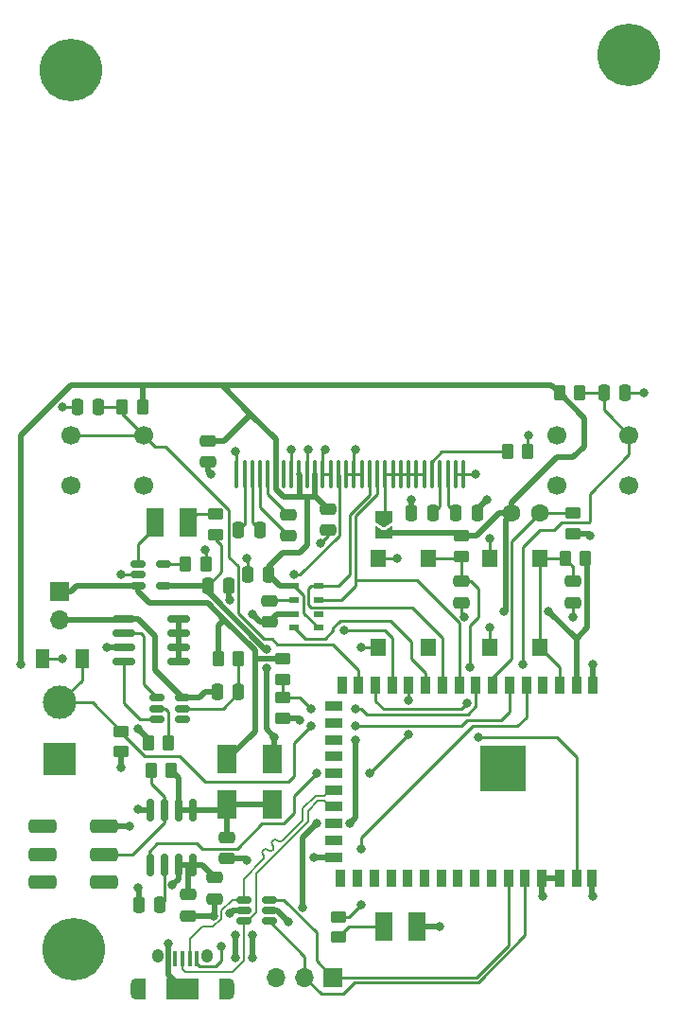
<source format=gbr>
%TF.GenerationSoftware,KiCad,Pcbnew,(6.0.0)*%
%TF.CreationDate,2022-02-04T14:54:06+01:00*%
%TF.ProjectId,wifitemp,77696669-7465-46d7-902e-6b696361645f,rev?*%
%TF.SameCoordinates,Original*%
%TF.FileFunction,Copper,L1,Top*%
%TF.FilePolarity,Positive*%
%FSLAX46Y46*%
G04 Gerber Fmt 4.6, Leading zero omitted, Abs format (unit mm)*
G04 Created by KiCad (PCBNEW (6.0.0)) date 2022-02-04 14:54:06*
%MOMM*%
%LPD*%
G01*
G04 APERTURE LIST*
G04 Aperture macros list*
%AMRoundRect*
0 Rectangle with rounded corners*
0 $1 Rounding radius*
0 $2 $3 $4 $5 $6 $7 $8 $9 X,Y pos of 4 corners*
0 Add a 4 corners polygon primitive as box body*
4,1,4,$2,$3,$4,$5,$6,$7,$8,$9,$2,$3,0*
0 Add four circle primitives for the rounded corners*
1,1,$1+$1,$2,$3*
1,1,$1+$1,$4,$5*
1,1,$1+$1,$6,$7*
1,1,$1+$1,$8,$9*
0 Add four rect primitives between the rounded corners*
20,1,$1+$1,$2,$3,$4,$5,0*
20,1,$1+$1,$4,$5,$6,$7,0*
20,1,$1+$1,$6,$7,$8,$9,0*
20,1,$1+$1,$8,$9,$2,$3,0*%
%AMFreePoly0*
4,1,6,1.000000,0.000000,0.500000,-0.750000,-0.500000,-0.750000,-0.500000,0.750000,0.500000,0.750000,1.000000,0.000000,1.000000,0.000000,$1*%
%AMFreePoly1*
4,1,6,0.500000,-0.750000,-0.650000,-0.750000,-0.150000,0.000000,-0.650000,0.750000,0.500000,0.750000,0.500000,-0.750000,0.500000,-0.750000,$1*%
G04 Aperture macros list end*
%TA.AperFunction,SMDPad,CuDef*%
%ADD10RoundRect,0.250000X0.262500X0.450000X-0.262500X0.450000X-0.262500X-0.450000X0.262500X-0.450000X0*%
%TD*%
%TA.AperFunction,SMDPad,CuDef*%
%ADD11RoundRect,0.150000X-0.512500X-0.150000X0.512500X-0.150000X0.512500X0.150000X-0.512500X0.150000X0*%
%TD*%
%TA.AperFunction,SMDPad,CuDef*%
%ADD12RoundRect,0.250000X-0.475000X0.250000X-0.475000X-0.250000X0.475000X-0.250000X0.475000X0.250000X0*%
%TD*%
%TA.AperFunction,SMDPad,CuDef*%
%ADD13R,1.800000X2.500000*%
%TD*%
%TA.AperFunction,ComponentPad*%
%ADD14C,1.700000*%
%TD*%
%TA.AperFunction,SMDPad,CuDef*%
%ADD15R,0.950000X0.550000*%
%TD*%
%TA.AperFunction,ComponentPad*%
%ADD16C,5.600000*%
%TD*%
%TA.AperFunction,ComponentPad*%
%ADD17R,1.700000X1.700000*%
%TD*%
%TA.AperFunction,ComponentPad*%
%ADD18O,1.700000X1.700000*%
%TD*%
%TA.AperFunction,SMDPad,CuDef*%
%ADD19RoundRect,0.250000X-0.450000X0.262500X-0.450000X-0.262500X0.450000X-0.262500X0.450000X0.262500X0*%
%TD*%
%TA.AperFunction,SMDPad,CuDef*%
%ADD20RoundRect,0.250000X-0.250000X-0.475000X0.250000X-0.475000X0.250000X0.475000X-0.250000X0.475000X0*%
%TD*%
%TA.AperFunction,SMDPad,CuDef*%
%ADD21RoundRect,0.250000X0.475000X-0.250000X0.475000X0.250000X-0.475000X0.250000X-0.475000X-0.250000X0*%
%TD*%
%TA.AperFunction,SMDPad,CuDef*%
%ADD22RoundRect,0.250000X-0.262500X-0.450000X0.262500X-0.450000X0.262500X0.450000X-0.262500X0.450000X0*%
%TD*%
%TA.AperFunction,SMDPad,CuDef*%
%ADD23R,1.400000X1.600000*%
%TD*%
%TA.AperFunction,SMDPad,CuDef*%
%ADD24R,1.300000X1.700000*%
%TD*%
%TA.AperFunction,SMDPad,CuDef*%
%ADD25RoundRect,0.250000X0.450000X-0.262500X0.450000X0.262500X-0.450000X0.262500X-0.450000X-0.262500X0*%
%TD*%
%TA.AperFunction,SMDPad,CuDef*%
%ADD26RoundRect,0.250000X0.250000X0.475000X-0.250000X0.475000X-0.250000X-0.475000X0.250000X-0.475000X0*%
%TD*%
%TA.AperFunction,SMDPad,CuDef*%
%ADD27R,1.500000X2.600000*%
%TD*%
%TA.AperFunction,SMDPad,CuDef*%
%ADD28FreePoly0,270.000000*%
%TD*%
%TA.AperFunction,SMDPad,CuDef*%
%ADD29FreePoly1,270.000000*%
%TD*%
%TA.AperFunction,ComponentPad*%
%ADD30C,1.600000*%
%TD*%
%TA.AperFunction,SMDPad,CuDef*%
%ADD31RoundRect,0.100000X-0.100000X-1.150000X0.100000X-1.150000X0.100000X1.150000X-0.100000X1.150000X0*%
%TD*%
%TA.AperFunction,SMDPad,CuDef*%
%ADD32RoundRect,0.300000X0.950000X-0.300000X0.950000X0.300000X-0.950000X0.300000X-0.950000X-0.300000X0*%
%TD*%
%TA.AperFunction,SMDPad,CuDef*%
%ADD33RoundRect,0.150000X-0.825000X-0.150000X0.825000X-0.150000X0.825000X0.150000X-0.825000X0.150000X0*%
%TD*%
%TA.AperFunction,SMDPad,CuDef*%
%ADD34RoundRect,0.150000X-0.150000X0.825000X-0.150000X-0.825000X0.150000X-0.825000X0.150000X0.825000X0*%
%TD*%
%TA.AperFunction,SMDPad,CuDef*%
%ADD35R,0.400000X1.350000*%
%TD*%
%TA.AperFunction,ComponentPad*%
%ADD36O,1.000000X1.900000*%
%TD*%
%TA.AperFunction,SMDPad,CuDef*%
%ADD37R,0.875000X1.900000*%
%TD*%
%TA.AperFunction,ComponentPad*%
%ADD38O,1.050000X1.250000*%
%TD*%
%TA.AperFunction,SMDPad,CuDef*%
%ADD39R,2.900000X1.900000*%
%TD*%
%TA.AperFunction,SMDPad,CuDef*%
%ADD40R,0.900000X1.500000*%
%TD*%
%TA.AperFunction,SMDPad,CuDef*%
%ADD41R,1.500000X0.900000*%
%TD*%
%TA.AperFunction,SMDPad,CuDef*%
%ADD42R,4.100000X4.100000*%
%TD*%
%TA.AperFunction,ComponentPad*%
%ADD43R,3.000000X3.000000*%
%TD*%
%TA.AperFunction,ComponentPad*%
%ADD44C,3.000000*%
%TD*%
%TA.AperFunction,ViaPad*%
%ADD45C,0.800000*%
%TD*%
%TA.AperFunction,Conductor*%
%ADD46C,0.250000*%
%TD*%
%TA.AperFunction,Conductor*%
%ADD47C,0.200000*%
%TD*%
%TA.AperFunction,Conductor*%
%ADD48C,0.500000*%
%TD*%
G04 APERTURE END LIST*
D10*
%TO.P,R11,1*%
%TO.N,Net-(C12-Pad1)*%
X144000000Y-119000000D03*
%TO.P,R11,2*%
%TO.N,Net-(R11-Pad2)*%
X142175000Y-119000000D03*
%TD*%
D11*
%TO.P,U3,1,~{CHRG}*%
%TO.N,Net-(D2-Pad1)*%
X141000000Y-100550000D03*
%TO.P,U3,2,GND*%
%TO.N,GND*%
X141000000Y-101500000D03*
%TO.P,U3,3,BAT*%
%TO.N,+BATT*%
X141000000Y-102450000D03*
%TO.P,U3,4,VCC*%
%TO.N,+5V*%
X143275000Y-102450000D03*
%TO.P,U3,5,PROG*%
%TO.N,Net-(R10-Pad2)*%
X143275000Y-100550000D03*
%TD*%
%TO.P,U1,1,IO1*%
%TO.N,/MCU/USB_D-*%
X150500000Y-130550000D03*
%TO.P,U1,2,VN*%
%TO.N,GND*%
X150500000Y-131500000D03*
%TO.P,U1,3,IO2*%
%TO.N,/MCU/USB_D+*%
X150500000Y-132450000D03*
%TO.P,U1,4,IO3*%
%TO.N,/MCU/RXD*%
X152775000Y-132450000D03*
%TO.P,U1,5,VP*%
%TO.N,+5V*%
X152775000Y-131500000D03*
%TO.P,U1,6,IO4*%
%TO.N,/MCU/TXD*%
X152775000Y-130550000D03*
%TD*%
D12*
%TO.P,C12,1*%
%TO.N,Net-(C12-Pad1)*%
X149000000Y-125000000D03*
%TO.P,C12,2*%
%TO.N,GND*%
X149000000Y-126900000D03*
%TD*%
D13*
%TO.P,D3,1,K*%
%TO.N,Net-(C12-Pad1)*%
X153000000Y-122000000D03*
%TO.P,D3,2,A*%
%TO.N,+5V*%
X153000000Y-118000000D03*
%TD*%
D14*
%TO.P,SW3,1,1*%
%TO.N,BUT0*%
X135000000Y-89000000D03*
%TO.P,SW3,2,2*%
X141500000Y-89000000D03*
%TO.P,SW3,3,K*%
%TO.N,GND*%
X135000000Y-93500000D03*
%TO.P,SW3,4,A*%
X141500000Y-93500000D03*
%TD*%
D10*
%TO.P,R2,1*%
%TO.N,+3V3*%
X181075000Y-100000000D03*
%TO.P,R2,2*%
%TO.N,/MCU/IO0*%
X179250000Y-100000000D03*
%TD*%
D15*
%TO.P,U6,1,VDD*%
%TO.N,+3V3*%
X155000000Y-102500000D03*
%TO.P,U6,2,CAP*%
%TO.N,Net-(C16-Pad1)*%
X155000000Y-103750000D03*
%TO.P,U6,3,GND*%
%TO.N,GND*%
X155000000Y-105000000D03*
%TO.P,U6,4,~{SHDN}*%
%TO.N,~{PRES_SHDN}*%
X155000000Y-106250000D03*
%TO.P,U6,5,~{RST}*%
%TO.N,+3V3*%
X157150000Y-106250000D03*
%TO.P,U6,6,NC*%
%TO.N,unconnected-(U6-Pad6)*%
X157150000Y-105000000D03*
%TO.P,U6,7,SDA*%
%TO.N,SDA*%
X157150000Y-103750000D03*
%TO.P,U6,8,SCL*%
%TO.N,SCL*%
X157150000Y-102500000D03*
%TD*%
D16*
%TO.P,H1,1,1*%
%TO.N,GND*%
X135000000Y-56350000D03*
%TD*%
D17*
%TO.P,J1,1,Pin_1*%
%TO.N,/MCU/TXD*%
X158500000Y-137500000D03*
D18*
%TO.P,J1,2,Pin_2*%
%TO.N,/MCU/RXD*%
X155960000Y-137500000D03*
%TO.P,J1,3,Pin_3*%
%TO.N,GND*%
X153420000Y-137500000D03*
%TD*%
D19*
%TO.P,R6,1*%
%TO.N,Net-(R6-Pad1)*%
X159000000Y-132087500D03*
%TO.P,R6,2*%
%TO.N,Net-(D1-Pad2)*%
X159000000Y-133912500D03*
%TD*%
D16*
%TO.P,H2,1,1*%
%TO.N,GND*%
X135250000Y-135000000D03*
%TD*%
D20*
%TO.P,C4,1*%
%TO.N,Net-(C4-Pad1)*%
X150000000Y-97500000D03*
%TO.P,C4,2*%
%TO.N,Net-(C4-Pad2)*%
X151900000Y-97500000D03*
%TD*%
D10*
%TO.P,R10,1*%
%TO.N,GND*%
X147075000Y-100500000D03*
%TO.P,R10,2*%
%TO.N,Net-(R10-Pad2)*%
X145250000Y-100500000D03*
%TD*%
D20*
%TO.P,C10,1*%
%TO.N,BUT1*%
X182762500Y-85250000D03*
%TO.P,C10,2*%
%TO.N,GND*%
X184662500Y-85250000D03*
%TD*%
D21*
%TO.P,C5,1*%
%TO.N,Net-(C5-Pad1)*%
X154500000Y-98000000D03*
%TO.P,C5,2*%
%TO.N,Net-(C5-Pad2)*%
X154500000Y-96100000D03*
%TD*%
D19*
%TO.P,R4,1*%
%TO.N,+BATT*%
X154000000Y-109000000D03*
%TO.P,R4,2*%
%TO.N,/MCU/V_BAT_2*%
X154000000Y-110825000D03*
%TD*%
D10*
%TO.P,R7,1*%
%TO.N,+3V3*%
X141425000Y-86500000D03*
%TO.P,R7,2*%
%TO.N,BUT0*%
X139600000Y-86500000D03*
%TD*%
D12*
%TO.P,C18,1*%
%TO.N,+3V3*%
X145500000Y-130100000D03*
%TO.P,C18,2*%
%TO.N,GND*%
X145500000Y-132000000D03*
%TD*%
D22*
%TO.P,R1,1*%
%TO.N,Net-(DS1-Pad26)*%
X174087500Y-90500000D03*
%TO.P,R1,2*%
%TO.N,GND*%
X175912500Y-90500000D03*
%TD*%
D23*
%TO.P,SW2,1,1*%
%TO.N,/MCU/EN*%
X167000000Y-100000000D03*
%TO.P,SW2,2,2*%
X167000000Y-108000000D03*
%TO.P,SW2,3,K*%
%TO.N,GND*%
X162500000Y-100000000D03*
%TO.P,SW2,4,A*%
X162500000Y-108000000D03*
%TD*%
D24*
%TO.P,D5,1,K*%
%TO.N,GND*%
X132500000Y-109000000D03*
%TO.P,D5,2,A*%
%TO.N,TEMP_OUTSIDE*%
X136000000Y-109000000D03*
%TD*%
D12*
%TO.P,C3,1*%
%TO.N,+3V3*%
X147250000Y-89500000D03*
%TO.P,C3,2*%
%TO.N,GND*%
X147250000Y-91400000D03*
%TD*%
D19*
%TO.P,R5,1*%
%TO.N,/MCU/V_BAT_2*%
X154000000Y-112500000D03*
%TO.P,R5,2*%
%TO.N,GND*%
X154000000Y-114325000D03*
%TD*%
D13*
%TO.P,D4,1,K*%
%TO.N,Net-(C12-Pad1)*%
X149000000Y-122000000D03*
%TO.P,D4,2,A*%
%TO.N,+BATT*%
X149000000Y-118000000D03*
%TD*%
D25*
%TO.P,R9,1*%
%TO.N,+5V*%
X148000000Y-97912500D03*
%TO.P,R9,2*%
%TO.N,Net-(D2-Pad2)*%
X148000000Y-96087500D03*
%TD*%
D26*
%TO.P,C9,1*%
%TO.N,BUT0*%
X137500000Y-86500000D03*
%TO.P,C9,2*%
%TO.N,GND*%
X135600000Y-86500000D03*
%TD*%
D19*
%TO.P,R14,1*%
%TO.N,TEMP_OUTSIDE*%
X139500000Y-115500000D03*
%TO.P,R14,2*%
%TO.N,GND*%
X139500000Y-117325000D03*
%TD*%
D12*
%TO.P,C7,1*%
%TO.N,/MCU/IO0*%
X180000000Y-102100000D03*
%TO.P,C7,2*%
%TO.N,GND*%
X180000000Y-104000000D03*
%TD*%
D27*
%TO.P,D2,1,K*%
%TO.N,Net-(D2-Pad1)*%
X142500000Y-96837500D03*
%TO.P,D2,2,A*%
%TO.N,Net-(D2-Pad2)*%
X145500000Y-96837500D03*
%TD*%
D20*
%TO.P,C6,1*%
%TO.N,Net-(C6-Pad1)*%
X169500000Y-96000000D03*
%TO.P,C6,2*%
%TO.N,GND*%
X171400000Y-96000000D03*
%TD*%
D28*
%TO.P,JP1,1,A*%
%TO.N,Net-(DS1-Pad20)*%
X163000000Y-96275000D03*
D29*
%TO.P,JP1,2,B*%
%TO.N,+3V3*%
X163000000Y-97725000D03*
%TD*%
D26*
%TO.P,C17,1*%
%TO.N,+3V3*%
X152700000Y-101500000D03*
%TO.P,C17,2*%
%TO.N,GND*%
X150800000Y-101500000D03*
%TD*%
D19*
%TO.P,R15,1*%
%TO.N,TEMP_INSIDE*%
X180000000Y-96000000D03*
%TO.P,R15,2*%
%TO.N,GND*%
X180000000Y-97825000D03*
%TD*%
D12*
%TO.P,C8,1*%
%TO.N,/MCU/EN*%
X170000000Y-102100000D03*
%TO.P,C8,2*%
%TO.N,GND*%
X170000000Y-104000000D03*
%TD*%
D14*
%TO.P,SW4,1,1*%
%TO.N,BUT1*%
X178500000Y-89000000D03*
%TO.P,SW4,2,2*%
X185000000Y-89000000D03*
%TO.P,SW4,3,K*%
%TO.N,GND*%
X178500000Y-93500000D03*
%TO.P,SW4,4,A*%
X185000000Y-93500000D03*
%TD*%
D19*
%TO.P,R3,1*%
%TO.N,+3V3*%
X170000000Y-98000000D03*
%TO.P,R3,2*%
%TO.N,/MCU/EN*%
X170000000Y-99825000D03*
%TD*%
D10*
%TO.P,R13,1*%
%TO.N,Net-(C14-Pad1)*%
X150000000Y-109000000D03*
%TO.P,R13,2*%
%TO.N,+BATT*%
X148175000Y-109000000D03*
%TD*%
D30*
%TO.P,TH1,1*%
%TO.N,+3V3*%
X174500000Y-96000000D03*
%TO.P,TH1,2*%
%TO.N,TEMP_INSIDE*%
X177000000Y-96000000D03*
%TD*%
D31*
%TO.P,DS1,1,NC(GND)*%
%TO.N,GND*%
X149850000Y-92500000D03*
%TO.P,DS1,2,C1N*%
%TO.N,Net-(C4-Pad1)*%
X150550000Y-92500000D03*
%TO.P,DS1,3,C1P*%
%TO.N,Net-(C4-Pad2)*%
X151250000Y-92500000D03*
%TO.P,DS1,4,C2P*%
%TO.N,Net-(C5-Pad1)*%
X151950000Y-92500000D03*
%TO.P,DS1,5,C2N*%
%TO.N,Net-(C5-Pad2)*%
X152650000Y-92500000D03*
%TO.P,DS1,6,VDD2*%
%TO.N,+3V3*%
X153350000Y-92500000D03*
%TO.P,DS1,7,NC*%
%TO.N,unconnected-(DS1-Pad7)*%
X154050000Y-92500000D03*
%TO.P,DS1,8,VSS*%
%TO.N,GND*%
X154750000Y-92500000D03*
%TO.P,DS1,9,VDD1*%
%TO.N,+3V3*%
X155450000Y-92500000D03*
%TO.P,DS1,10,IM0*%
%TO.N,GND*%
X156150000Y-92500000D03*
%TO.P,DS1,11,IM1*%
%TO.N,+3V3*%
X156850000Y-92500000D03*
%TO.P,DS1,12,IM2*%
%TO.N,GND*%
X157550000Y-92500000D03*
%TO.P,DS1,13,~{CS}*%
X158250000Y-92500000D03*
%TO.P,DS1,14,~{RES}*%
%TO.N,~{DS_RES}*%
X158950000Y-92500000D03*
%TO.P,DS1,15,A0*%
%TO.N,GND*%
X159650000Y-92500000D03*
%TO.P,DS1,16,~{WR}*%
X160350000Y-92500000D03*
%TO.P,DS1,17,~{RD}*%
X161050000Y-92500000D03*
%TO.P,DS1,18,D0*%
%TO.N,SCL*%
X161750000Y-92500000D03*
%TO.P,DS1,19,D1*%
%TO.N,SDA*%
X162450000Y-92500000D03*
%TO.P,DS1,20,D2*%
%TO.N,Net-(DS1-Pad20)*%
X163150000Y-92500000D03*
%TO.P,DS1,21,D3*%
X163850000Y-92500000D03*
%TO.P,DS1,22,D4*%
X164550000Y-92500000D03*
%TO.P,DS1,23,D5*%
X165250000Y-92500000D03*
%TO.P,DS1,24,D6*%
X165950000Y-92500000D03*
%TO.P,DS1,25,D7*%
X166650000Y-92500000D03*
%TO.P,DS1,26,IREF*%
%TO.N,Net-(DS1-Pad26)*%
X167350000Y-92500000D03*
%TO.P,DS1,27,VCOMH*%
%TO.N,Net-(C2-Pad1)*%
X168050000Y-92500000D03*
%TO.P,DS1,28,VPP*%
%TO.N,Net-(C6-Pad1)*%
X168750000Y-92500000D03*
%TO.P,DS1,29,VSL*%
%TO.N,GND*%
X169450000Y-92500000D03*
%TO.P,DS1,30,NC(GND)*%
X170150000Y-92500000D03*
%TD*%
D22*
%TO.P,R8,1*%
%TO.N,+3V3*%
X178750000Y-85250000D03*
%TO.P,R8,2*%
%TO.N,BUT1*%
X180575000Y-85250000D03*
%TD*%
D32*
%TO.P,SW5,1,A*%
%TO.N,unconnected-(SW5-Pad1)*%
X138000000Y-129000000D03*
%TO.P,SW5,2,B*%
%TO.N,Net-(R11-Pad2)*%
X138000000Y-126500000D03*
%TO.P,SW5,3,C*%
%TO.N,GND*%
X138000000Y-124000000D03*
%TO.P,SW5,4,A*%
%TO.N,unconnected-(SW5-Pad4)*%
X132500000Y-129000000D03*
%TO.P,SW5,5,B*%
%TO.N,unconnected-(SW5-Pad5)*%
X132500000Y-126500000D03*
%TO.P,SW5,6,C*%
%TO.N,unconnected-(SW5-Pad6)*%
X132500000Y-124000000D03*
%TD*%
D33*
%TO.P,Q1,1,S*%
%TO.N,-BATT*%
X139750000Y-105480000D03*
%TO.P,Q1,2,G*%
%TO.N,Net-(Q1-Pad2)*%
X139750000Y-106750000D03*
%TO.P,Q1,3,S*%
%TO.N,GND*%
X139750000Y-108020000D03*
%TO.P,Q1,4,G*%
%TO.N,Net-(Q1-Pad4)*%
X139750000Y-109290000D03*
%TO.P,Q1,5,D*%
%TO.N,Net-(Q1-Pad5)*%
X144700000Y-109290000D03*
%TO.P,Q1,6,D*%
X144700000Y-108020000D03*
%TO.P,Q1,7,D*%
X144700000Y-106750000D03*
%TO.P,Q1,8,D*%
X144700000Y-105480000D03*
%TD*%
D20*
%TO.P,C11,1*%
%TO.N,+5V*%
X147250000Y-102500000D03*
%TO.P,C11,2*%
%TO.N,GND*%
X149150000Y-102500000D03*
%TD*%
D12*
%TO.P,C1,1*%
%TO.N,+3V3*%
X158000000Y-95600000D03*
%TO.P,C1,2*%
%TO.N,GND*%
X158000000Y-97500000D03*
%TD*%
D34*
%TO.P,U5,1,Vin*%
%TO.N,Net-(C12-Pad1)*%
X145905000Y-122525000D03*
%TO.P,U5,2,Vin*%
X144635000Y-122525000D03*
%TO.P,U5,3,~{SHDN}*%
%TO.N,Net-(R11-Pad2)*%
X143365000Y-122525000D03*
%TO.P,U5,4,GND*%
%TO.N,GND*%
X142095000Y-122525000D03*
%TO.P,U5,5,PWRGD*%
%TO.N,PWRGD*%
X142095000Y-127475000D03*
%TO.P,U5,6,Cdelay*%
%TO.N,Net-(C13-Pad2)*%
X143365000Y-127475000D03*
%TO.P,U5,7,Vout*%
%TO.N,+3V3*%
X144635000Y-127475000D03*
%TO.P,U5,8,Vout*%
X145905000Y-127475000D03*
%TD*%
D16*
%TO.P,H4,1,1*%
%TO.N,GND*%
X185000000Y-55000000D03*
%TD*%
D11*
%TO.P,U4,1,DO*%
%TO.N,Net-(Q1-Pad2)*%
X142725000Y-112500000D03*
%TO.P,U4,2,VM*%
%TO.N,Net-(R12-Pad2)*%
X142725000Y-113450000D03*
%TO.P,U4,3,CO*%
%TO.N,Net-(Q1-Pad4)*%
X142725000Y-114400000D03*
%TO.P,U4,4,NC*%
%TO.N,unconnected-(U4-Pad4)*%
X145000000Y-114400000D03*
%TO.P,U4,5,VDD*%
%TO.N,Net-(C14-Pad1)*%
X145000000Y-113450000D03*
%TO.P,U4,6,VSS*%
%TO.N,-BATT*%
X145000000Y-112500000D03*
%TD*%
D22*
%TO.P,R12,1*%
%TO.N,GND*%
X141925000Y-116500000D03*
%TO.P,R12,2*%
%TO.N,Net-(R12-Pad2)*%
X143750000Y-116500000D03*
%TD*%
D35*
%TO.P,J2,1,VBUS*%
%TO.N,+5V*%
X146300000Y-135875000D03*
%TO.P,J2,2,D-*%
%TO.N,/MCU/USB_D-*%
X145650000Y-135875000D03*
%TO.P,J2,3,D+*%
%TO.N,/MCU/USB_D+*%
X145000000Y-135875000D03*
%TO.P,J2,4,ID*%
%TO.N,unconnected-(J2-Pad4)*%
X144350000Y-135875000D03*
%TO.P,J2,5,GND*%
%TO.N,GND*%
X143700000Y-135875000D03*
D36*
%TO.P,J2,6,Shield*%
X149175000Y-138550000D03*
D37*
X148737500Y-138550000D03*
D38*
X142775000Y-135550000D03*
X147225000Y-135550000D03*
D39*
X145000000Y-138550000D03*
D36*
X140825000Y-138550000D03*
D37*
X141262500Y-138550000D03*
%TD*%
D26*
%TO.P,C2,1*%
%TO.N,Net-(C2-Pad1)*%
X167400000Y-96000000D03*
%TO.P,C2,2*%
%TO.N,GND*%
X165500000Y-96000000D03*
%TD*%
D40*
%TO.P,U2,1,GND*%
%TO.N,GND*%
X181775000Y-111375000D03*
%TO.P,U2,2,3V3*%
%TO.N,+3V3*%
X180275000Y-111375000D03*
%TO.P,U2,3,IO00*%
%TO.N,/MCU/IO0*%
X178775000Y-111375000D03*
%TO.P,U2,4,IO01*%
%TO.N,unconnected-(U2-Pad4)*%
X177275000Y-111375000D03*
%TO.P,U2,5,IO02*%
%TO.N,Net-(R6-Pad1)*%
X175775000Y-111375000D03*
%TO.P,U2,6,IO03*%
%TO.N,TEMP_OUTSIDE*%
X174275000Y-111375000D03*
%TO.P,U2,7,IO04*%
%TO.N,TEMP_INSIDE*%
X172775000Y-111375000D03*
%TO.P,U2,8,IO05*%
%TO.N,/MCU/V_BAT_2*%
X171275000Y-111375000D03*
%TO.P,U2,9,IO06*%
%TO.N,SDA*%
X169775000Y-111375000D03*
%TO.P,U2,10,IO07*%
%TO.N,SCL*%
X168275000Y-111375000D03*
%TO.P,U2,11,IO08*%
%TO.N,~{PRES_SHDN}*%
X166775000Y-111375000D03*
%TO.P,U2,12,IO09*%
%TO.N,PWRGD*%
X165275000Y-111375000D03*
%TO.P,U2,13,IO10*%
%TO.N,~{DS_RES}*%
X163775000Y-111375000D03*
%TO.P,U2,14,IO11*%
%TO.N,BUT1*%
X162275000Y-111375000D03*
%TO.P,U2,15,IO12*%
%TO.N,BUT0*%
X160775000Y-111375000D03*
%TO.P,U2,16,IO13*%
%TO.N,unconnected-(U2-Pad16)*%
X159275000Y-111375000D03*
D41*
%TO.P,U2,17,IO14*%
%TO.N,unconnected-(U2-Pad17)*%
X158525000Y-113250000D03*
%TO.P,U2,18,IO15*%
%TO.N,unconnected-(U2-Pad18)*%
X158525000Y-114750000D03*
%TO.P,U2,19,IO16*%
%TO.N,unconnected-(U2-Pad19)*%
X158525000Y-116250000D03*
%TO.P,U2,20,IO17*%
%TO.N,unconnected-(U2-Pad20)*%
X158525000Y-117750000D03*
%TO.P,U2,21,IO18*%
%TO.N,unconnected-(U2-Pad21)*%
X158525000Y-119250000D03*
%TO.P,U2,22,USB_D-*%
%TO.N,/MCU/USB_D-*%
X158525000Y-120750000D03*
%TO.P,U2,23,USB_D+*%
%TO.N,/MCU/USB_D+*%
X158525000Y-122250000D03*
%TO.P,U2,24,IO21*%
%TO.N,unconnected-(U2-Pad24)*%
X158525000Y-123750000D03*
%TO.P,U2,25,IO26*%
%TO.N,unconnected-(U2-Pad25)*%
X158525000Y-125250000D03*
%TO.P,U2,26,GND*%
%TO.N,GND*%
X158525000Y-126750000D03*
D40*
%TO.P,U2,27,IO33*%
%TO.N,unconnected-(U2-Pad27)*%
X159175000Y-128625000D03*
%TO.P,U2,28,IO34*%
%TO.N,unconnected-(U2-Pad28)*%
X160675000Y-128625000D03*
%TO.P,U2,29,IO35*%
%TO.N,unconnected-(U2-Pad29)*%
X162175000Y-128625000D03*
%TO.P,U2,30,IO36*%
%TO.N,unconnected-(U2-Pad30)*%
X163675000Y-128625000D03*
%TO.P,U2,31,IO37*%
%TO.N,unconnected-(U2-Pad31)*%
X165175000Y-128625000D03*
%TO.P,U2,32,IO38*%
%TO.N,unconnected-(U2-Pad32)*%
X166675000Y-128625000D03*
%TO.P,U2,33,IO39*%
%TO.N,unconnected-(U2-Pad33)*%
X168175000Y-128625000D03*
%TO.P,U2,34,IO40*%
%TO.N,unconnected-(U2-Pad34)*%
X169675000Y-128625000D03*
%TO.P,U2,35,IO41*%
%TO.N,unconnected-(U2-Pad35)*%
X171175000Y-128625000D03*
%TO.P,U2,36,IO42*%
%TO.N,unconnected-(U2-Pad36)*%
X172675000Y-128625000D03*
%TO.P,U2,37,TXD0*%
%TO.N,/MCU/TXD*%
X174175000Y-128625000D03*
%TO.P,U2,38,RXD0*%
%TO.N,/MCU/RXD*%
X175675000Y-128625000D03*
%TO.P,U2,39,IO45*%
%TO.N,GND*%
X177175000Y-128625000D03*
%TO.P,U2,40,IO46*%
X178775000Y-128625000D03*
%TO.P,U2,41,EN*%
%TO.N,/MCU/EN*%
X180275000Y-128625000D03*
%TO.P,U2,42,GND*%
%TO.N,GND*%
X181675000Y-128625000D03*
D42*
%TO.P,U2,43,GND*%
X173735000Y-118810000D03*
%TD*%
D27*
%TO.P,D1,1,K*%
%TO.N,GND*%
X166000000Y-133000000D03*
%TO.P,D1,2,A*%
%TO.N,Net-(D1-Pad2)*%
X163000000Y-133000000D03*
%TD*%
D12*
%TO.P,C16,1*%
%TO.N,Net-(C16-Pad1)*%
X152750000Y-103800000D03*
%TO.P,C16,2*%
%TO.N,GND*%
X152750000Y-105700000D03*
%TD*%
D23*
%TO.P,SW1,1,1*%
%TO.N,/MCU/IO0*%
X177000000Y-100000000D03*
%TO.P,SW1,2,2*%
X177000000Y-108000000D03*
%TO.P,SW1,3,K*%
%TO.N,GND*%
X172500000Y-100000000D03*
%TO.P,SW1,4,A*%
X172500000Y-108000000D03*
%TD*%
D12*
%TO.P,C15,1*%
%TO.N,+3V3*%
X147900000Y-128600000D03*
%TO.P,C15,2*%
%TO.N,GND*%
X147900000Y-130500000D03*
%TD*%
D26*
%TO.P,C14,1*%
%TO.N,Net-(C14-Pad1)*%
X150000000Y-112000000D03*
%TO.P,C14,2*%
%TO.N,-BATT*%
X148100000Y-112000000D03*
%TD*%
D17*
%TO.P,J3,1,Pin_1*%
%TO.N,+BATT*%
X134000000Y-103000000D03*
D18*
%TO.P,J3,2,Pin_2*%
%TO.N,-BATT*%
X134000000Y-105540000D03*
%TD*%
D20*
%TO.P,C13,1*%
%TO.N,GND*%
X141100000Y-131000000D03*
%TO.P,C13,2*%
%TO.N,Net-(C13-Pad2)*%
X143000000Y-131000000D03*
%TD*%
D43*
%TO.P,J4,1,Pin_1*%
%TO.N,+3V3*%
X134000000Y-118000000D03*
D44*
%TO.P,J4,2,Pin_2*%
%TO.N,TEMP_OUTSIDE*%
X134000000Y-112920000D03*
%TD*%
D45*
%TO.N,+3V3*%
X173775500Y-104750000D03*
X130500000Y-109500000D03*
X144089500Y-129250000D03*
X177750000Y-104750000D03*
%TO.N,GND*%
X140250000Y-124000000D03*
X160500000Y-90250000D03*
X147750000Y-132000000D03*
X134250000Y-86500000D03*
X181750000Y-109500000D03*
X181750000Y-130250000D03*
X156750000Y-126750000D03*
X172500000Y-106250000D03*
X150750000Y-100000000D03*
X170262299Y-105237701D03*
X149250000Y-103750000D03*
X181500000Y-98000000D03*
X180000000Y-105250000D03*
X141000000Y-122500000D03*
X138250000Y-108000000D03*
X173750000Y-118750000D03*
X186325000Y-85250000D03*
X139500000Y-118750000D03*
X168000000Y-133000000D03*
X141000000Y-115250000D03*
X172500000Y-98250000D03*
X172250000Y-94750000D03*
X164250000Y-100000000D03*
X171250000Y-92500000D03*
X151250000Y-135750000D03*
X149750000Y-135750000D03*
X161000000Y-108000000D03*
X139500000Y-101500000D03*
X154750000Y-90250000D03*
X155500000Y-114500000D03*
X176000000Y-89000000D03*
X151250000Y-105000000D03*
X147500000Y-92500000D03*
X177250000Y-130250000D03*
X149250000Y-131750000D03*
X147000000Y-99250000D03*
X149750000Y-133750000D03*
X151250000Y-133750000D03*
X165500000Y-94750000D03*
X149750000Y-90500000D03*
X157381447Y-98631447D03*
X141000000Y-129500000D03*
X157750000Y-90250000D03*
X134250000Y-109000000D03*
X143750000Y-134500000D03*
X150750000Y-127000000D03*
X156250000Y-90250000D03*
%TO.N,/MCU/EN*%
X170750000Y-109750000D03*
X171500000Y-116000000D03*
%TO.N,BUT1*%
X175500000Y-109500000D03*
X170500000Y-113000000D03*
%TO.N,+5V*%
X155762299Y-131237701D03*
X157000000Y-123750000D03*
X152500000Y-109849500D03*
X148500000Y-134750000D03*
X154500000Y-132500000D03*
X160500000Y-116250000D03*
X152500000Y-108150500D03*
X160000000Y-123750000D03*
X153250000Y-116000000D03*
%TO.N,TEMP_OUTSIDE*%
X160500000Y-115000000D03*
X156500000Y-115000000D03*
%TO.N,~{DS_RES}*%
X159500000Y-106500000D03*
X155000000Y-101500000D03*
%TO.N,/MCU/V_BAT_2*%
X156500000Y-113500000D03*
X160500000Y-113500000D03*
%TO.N,Net-(R6-Pad1)*%
X161000000Y-131000000D03*
X161000000Y-126000000D03*
%TO.N,PWRGD*%
X161750000Y-119250000D03*
X157000000Y-119250000D03*
X165250000Y-112750000D03*
X165250000Y-115750000D03*
%TD*%
D46*
%TO.N,/MCU/RXD*%
X171486198Y-137949520D02*
X175675000Y-133760718D01*
X160399502Y-137949520D02*
X171486198Y-137949520D01*
X159349022Y-139000000D02*
X160399502Y-137949520D01*
X157460000Y-139000000D02*
X159349022Y-139000000D01*
X175675000Y-133760718D02*
X175675000Y-128625000D01*
X155960000Y-137500000D02*
X157460000Y-139000000D01*
D47*
%TO.N,/MCU/USB_D-*%
X152236229Y-126561968D02*
G75*
G02*
X152236229Y-126986230I-212131J-212131D01*
G01*
X152214972Y-126116445D02*
G75*
G03*
X152214972Y-126540707I212131J-212131D01*
G01*
X152639236Y-126116445D02*
G75*
G03*
X152214972Y-126116445I-212132J-212130D01*
G01*
X152236230Y-126561967D02*
X152214971Y-126540708D01*
X153084760Y-126137702D02*
G75*
G02*
X152660498Y-126137702I-212131J212131D01*
G01*
X153084759Y-125713438D02*
G75*
G02*
X153084759Y-126137700I-212131J-212131D01*
G01*
D48*
%TO.N,+3V3*%
X146775000Y-127475000D02*
X147900000Y-128600000D01*
X151125000Y-87125000D02*
X153350000Y-89350000D01*
X145500000Y-127500000D02*
X145475000Y-127475000D01*
X180000000Y-91000000D02*
X181000000Y-90000000D01*
X173925480Y-96574520D02*
X174500000Y-96000000D01*
X163000000Y-97725000D02*
X169725000Y-97725000D01*
X173775500Y-104750000D02*
X173925480Y-104600020D01*
X153350000Y-89350000D02*
X153350000Y-92500000D01*
X145475000Y-127475000D02*
X145905000Y-127475000D01*
X148500000Y-84500000D02*
X178000000Y-84500000D01*
X156177138Y-94500000D02*
X156177138Y-98822862D01*
X153350000Y-92500000D02*
X153350000Y-93827138D01*
D46*
X155850480Y-103350480D02*
X155000000Y-102500000D01*
D48*
X130500000Y-109500000D02*
X130500000Y-89048609D01*
X141425000Y-84575000D02*
X141500000Y-84500000D01*
X173925480Y-104600020D02*
X173925480Y-96574520D01*
X154022862Y-94500000D02*
X155500000Y-94500000D01*
X144635000Y-127475000D02*
X144635000Y-128704500D01*
X156850000Y-94500000D02*
X156177138Y-94500000D01*
X181250000Y-106250000D02*
X181250000Y-100175000D01*
X169725000Y-97725000D02*
X170000000Y-98000000D01*
X144635000Y-127475000D02*
X145475000Y-127475000D01*
X181000000Y-87500000D02*
X178750000Y-85250000D01*
X181000000Y-90000000D02*
X181000000Y-87500000D01*
X177800000Y-104750000D02*
X177750000Y-104750000D01*
X153350000Y-93827138D02*
X154022862Y-94500000D01*
X156900000Y-94500000D02*
X158000000Y-95600000D01*
X141425000Y-86500000D02*
X141425000Y-84575000D01*
X155000000Y-102500000D02*
X153700000Y-102500000D01*
X180275000Y-107225000D02*
X181250000Y-106250000D01*
X156177138Y-94500000D02*
X155500000Y-94500000D01*
X148575000Y-84575000D02*
X151125000Y-87125000D01*
X148750000Y-89500000D02*
X151125000Y-87125000D01*
X144635000Y-128704500D02*
X144089500Y-129250000D01*
X135048609Y-84500000D02*
X141500000Y-84500000D01*
X155500000Y-99500000D02*
X154000000Y-99500000D01*
X181250000Y-100175000D02*
X181075000Y-100000000D01*
X180275000Y-107225000D02*
X177800000Y-104750000D01*
X147250000Y-89500000D02*
X148750000Y-89500000D01*
X156177138Y-98822862D02*
X155500000Y-99500000D01*
X174500000Y-95000000D02*
X178500000Y-91000000D01*
X171368630Y-98000000D02*
X170000000Y-98000000D01*
X148500000Y-84500000D02*
X148575000Y-84575000D01*
X173368630Y-96000000D02*
X171368630Y-98000000D01*
X155500000Y-94500000D02*
X155500000Y-92550000D01*
X153700000Y-102500000D02*
X152700000Y-101500000D01*
X180275000Y-111375000D02*
X180275000Y-107225000D01*
X174500000Y-96000000D02*
X174500000Y-95000000D01*
X156177138Y-94500000D02*
X156900000Y-94500000D01*
D46*
X155850480Y-104950480D02*
X155850480Y-103350480D01*
D48*
X154000000Y-99500000D02*
X152700000Y-100800000D01*
X130500000Y-89048609D02*
X135048609Y-84500000D01*
X174500000Y-96000000D02*
X173368630Y-96000000D01*
X156850000Y-92500000D02*
X156850000Y-94500000D01*
X152700000Y-100800000D02*
X152700000Y-101500000D01*
D46*
X157150000Y-106250000D02*
X155850480Y-104950480D01*
D48*
X141500000Y-84500000D02*
X148500000Y-84500000D01*
X178000000Y-84500000D02*
X178750000Y-85250000D01*
X178500000Y-91000000D02*
X180000000Y-91000000D01*
X145500000Y-130100000D02*
X145500000Y-127500000D01*
X145905000Y-127475000D02*
X146775000Y-127475000D01*
X155500000Y-92550000D02*
X155450000Y-92500000D01*
D46*
%TO.N,GND*%
X184662500Y-85250000D02*
X186325000Y-85250000D01*
D48*
X151950000Y-105700000D02*
X151250000Y-105000000D01*
X149500000Y-131500000D02*
X149250000Y-131750000D01*
X155000000Y-105000000D02*
X153450000Y-105000000D01*
D46*
X160350000Y-92500000D02*
X160350000Y-90400000D01*
D48*
X141025000Y-122525000D02*
X141000000Y-122500000D01*
D46*
X175912500Y-90500000D02*
X175912500Y-89087500D01*
D48*
X149150000Y-103650000D02*
X149250000Y-103750000D01*
X165500000Y-96000000D02*
X165500000Y-94750000D01*
X173735000Y-118810000D02*
X173735000Y-118765000D01*
X143700000Y-135875000D02*
X143700000Y-134550000D01*
X150500000Y-131500000D02*
X149500000Y-131500000D01*
X158525000Y-126750000D02*
X156750000Y-126750000D01*
X177175000Y-130175000D02*
X177250000Y-130250000D01*
X138000000Y-124000000D02*
X140250000Y-124000000D01*
D46*
X147075000Y-100500000D02*
X147075000Y-99325000D01*
D48*
X141925000Y-116175000D02*
X141000000Y-115250000D01*
X181675000Y-130175000D02*
X181750000Y-130250000D01*
D46*
X160350000Y-90400000D02*
X160500000Y-90250000D01*
X172500000Y-100000000D02*
X172500000Y-98250000D01*
D48*
X177175000Y-128625000D02*
X177175000Y-130175000D01*
D46*
X170150000Y-92500000D02*
X171250000Y-92500000D01*
D48*
X181675000Y-128625000D02*
X181675000Y-130175000D01*
X150650000Y-126900000D02*
X150750000Y-127000000D01*
X147900000Y-130500000D02*
X147900000Y-131850000D01*
D46*
X157381447Y-98631447D02*
X158000000Y-98012894D01*
D48*
X181775000Y-111375000D02*
X181775000Y-109525000D01*
X143700000Y-137250000D02*
X145000000Y-138550000D01*
D46*
X156150000Y-92500000D02*
X156150000Y-90350000D01*
X150750000Y-100000000D02*
X150800000Y-100050000D01*
X149850000Y-92500000D02*
X149850000Y-90600000D01*
X149850000Y-90600000D02*
X149750000Y-90500000D01*
D48*
X154000000Y-114325000D02*
X155325000Y-114325000D01*
D46*
X154750000Y-92500000D02*
X154750000Y-90250000D01*
D48*
X149150000Y-102500000D02*
X149150000Y-103650000D01*
D46*
X158000000Y-98012894D02*
X158000000Y-97500000D01*
X172500000Y-108000000D02*
X172500000Y-106250000D01*
X159650000Y-92500000D02*
X161050000Y-92500000D01*
X157550000Y-92500000D02*
X157550000Y-90450000D01*
D48*
X141100000Y-131000000D02*
X141100000Y-129600000D01*
X180000000Y-97825000D02*
X181325000Y-97825000D01*
X143700000Y-135875000D02*
X143700000Y-137250000D01*
X141925000Y-116500000D02*
X141925000Y-116175000D01*
X151250000Y-135750000D02*
X151250000Y-133750000D01*
X153450000Y-105000000D02*
X152750000Y-105700000D01*
X141100000Y-129600000D02*
X141000000Y-129500000D01*
D46*
X162500000Y-100000000D02*
X164250000Y-100000000D01*
X141000000Y-101500000D02*
X139500000Y-101500000D01*
D48*
X145500000Y-132000000D02*
X147750000Y-132000000D01*
X143700000Y-134550000D02*
X143750000Y-134500000D01*
D46*
X150800000Y-100050000D02*
X150800000Y-101500000D01*
X162500000Y-108000000D02*
X161000000Y-108000000D01*
D48*
X147250000Y-91400000D02*
X147250000Y-92250000D01*
X149000000Y-126900000D02*
X150650000Y-126900000D01*
D46*
X157550000Y-90450000D02*
X157750000Y-90250000D01*
D48*
X139750000Y-108020000D02*
X138270000Y-108020000D01*
X181775000Y-109525000D02*
X181750000Y-109500000D01*
D46*
X170000000Y-104000000D02*
X170000000Y-104975402D01*
D48*
X149750000Y-133750000D02*
X149750000Y-135750000D01*
X147250000Y-92250000D02*
X147500000Y-92500000D01*
X139500000Y-117325000D02*
X139500000Y-118750000D01*
D46*
X175912500Y-89087500D02*
X176000000Y-89000000D01*
D48*
X155325000Y-114325000D02*
X155500000Y-114500000D01*
X171400000Y-96000000D02*
X171400000Y-95600000D01*
X138270000Y-108020000D02*
X138250000Y-108000000D01*
D46*
X169450000Y-92500000D02*
X170150000Y-92500000D01*
D48*
X178775000Y-128625000D02*
X177175000Y-128625000D01*
D46*
X132500000Y-109000000D02*
X134250000Y-109000000D01*
X135600000Y-86500000D02*
X134250000Y-86500000D01*
X147075000Y-99325000D02*
X147000000Y-99250000D01*
D48*
X173735000Y-118765000D02*
X173750000Y-118750000D01*
D46*
X180000000Y-104000000D02*
X180000000Y-105250000D01*
D48*
X147900000Y-131850000D02*
X147750000Y-132000000D01*
D46*
X170000000Y-104975402D02*
X170262299Y-105237701D01*
X156150000Y-90350000D02*
X156250000Y-90250000D01*
D48*
X152750000Y-105700000D02*
X151950000Y-105700000D01*
X171400000Y-95600000D02*
X172250000Y-94750000D01*
X166000000Y-133000000D02*
X168000000Y-133000000D01*
D46*
X157550000Y-92500000D02*
X158250000Y-92500000D01*
D48*
X142095000Y-122525000D02*
X141025000Y-122525000D01*
X181325000Y-97825000D02*
X181500000Y-98000000D01*
D46*
%TO.N,Net-(C2-Pad1)*%
X168050000Y-95350000D02*
X167400000Y-96000000D01*
X168050000Y-92500000D02*
X168050000Y-95350000D01*
%TO.N,Net-(C4-Pad1)*%
X150550000Y-96950000D02*
X150000000Y-97500000D01*
X150550000Y-92500000D02*
X150550000Y-96950000D01*
%TO.N,Net-(C4-Pad2)*%
X151250000Y-96850000D02*
X151900000Y-97500000D01*
X151250000Y-92500000D02*
X151250000Y-96850000D01*
%TO.N,Net-(C5-Pad1)*%
X151950000Y-95450000D02*
X154500000Y-98000000D01*
X151950000Y-92500000D02*
X151950000Y-95450000D01*
%TO.N,Net-(C5-Pad2)*%
X152650000Y-92500000D02*
X152650000Y-94250000D01*
X152650000Y-94250000D02*
X154500000Y-96100000D01*
%TO.N,Net-(C6-Pad1)*%
X168750000Y-95250000D02*
X169500000Y-96000000D01*
X168750000Y-92500000D02*
X168750000Y-95250000D01*
%TO.N,/MCU/IO0*%
X177000000Y-108000000D02*
X177000000Y-100000000D01*
X177000000Y-100000000D02*
X179250000Y-100000000D01*
X178775000Y-109775000D02*
X177000000Y-108000000D01*
X180000000Y-102100000D02*
X180000000Y-100750000D01*
X178775000Y-111375000D02*
X178775000Y-109775000D01*
X180000000Y-100750000D02*
X179250000Y-100000000D01*
%TO.N,/MCU/EN*%
X171500000Y-102750000D02*
X170850000Y-102100000D01*
X178500000Y-116000000D02*
X171500000Y-116000000D01*
X167000000Y-100000000D02*
X169825000Y-100000000D01*
X170000000Y-99825000D02*
X170000000Y-102100000D01*
X170750000Y-106000000D02*
X171500000Y-105250000D01*
X180275000Y-128625000D02*
X180275000Y-117775000D01*
X170850000Y-102100000D02*
X170000000Y-102100000D01*
X171500000Y-105250000D02*
X171500000Y-102750000D01*
X170750000Y-109750000D02*
X170750000Y-106000000D01*
X180275000Y-117775000D02*
X178500000Y-116000000D01*
X169825000Y-100000000D02*
X170000000Y-99825000D01*
%TO.N,BUT0*%
X158500000Y-107750000D02*
X160775000Y-110025000D01*
X137500000Y-86500000D02*
X139600000Y-86500000D01*
X143500000Y-90000000D02*
X149175480Y-95675480D01*
X141500000Y-89000000D02*
X142500000Y-90000000D01*
X135000000Y-89000000D02*
X141500000Y-89000000D01*
X139600000Y-87100000D02*
X141500000Y-89000000D01*
X149975480Y-100725480D02*
X149975480Y-104923716D01*
X153500000Y-107750000D02*
X158500000Y-107750000D01*
X149175480Y-99925480D02*
X149975480Y-100725480D01*
X149175480Y-95675480D02*
X149175480Y-99925480D01*
X153000000Y-107250000D02*
X153500000Y-107750000D01*
X152301764Y-107250000D02*
X153000000Y-107250000D01*
X160775000Y-110025000D02*
X160775000Y-111375000D01*
X139600000Y-86500000D02*
X139600000Y-87100000D01*
X142500000Y-90000000D02*
X143500000Y-90000000D01*
X149975480Y-104923716D02*
X152301764Y-107250000D01*
%TO.N,BUT1*%
X181500000Y-94250000D02*
X185000000Y-90750000D01*
X185000000Y-90750000D02*
X185000000Y-89000000D01*
X175500000Y-99000000D02*
X177000000Y-97500000D01*
X175500000Y-109500000D02*
X175500000Y-99000000D01*
X180575000Y-85250000D02*
X182762500Y-85250000D01*
X185000000Y-89000000D02*
X183250000Y-87250000D01*
X181500000Y-96750000D02*
X181500000Y-94250000D01*
X163000000Y-113500000D02*
X162275000Y-112775000D01*
X177000000Y-97500000D02*
X178250000Y-97500000D01*
X182762500Y-85250000D02*
X182762500Y-86762500D01*
X182762500Y-86762500D02*
X183250000Y-87250000D01*
X170000000Y-113500000D02*
X163000000Y-113500000D01*
X182575000Y-85437500D02*
X182762500Y-85250000D01*
X178250000Y-97500000D02*
X178912980Y-96837020D01*
X162275000Y-112775000D02*
X162275000Y-111375000D01*
X170500000Y-113000000D02*
X170000000Y-113500000D01*
X181412980Y-96837020D02*
X181500000Y-96750000D01*
X178912980Y-96837020D02*
X181412980Y-96837020D01*
D48*
%TO.N,+5V*%
X147250000Y-102500000D02*
X143325000Y-102500000D01*
D46*
X148500000Y-98825000D02*
X148000000Y-98325000D01*
D48*
X153250000Y-117750000D02*
X153000000Y-118000000D01*
D46*
X148500000Y-101250000D02*
X147250000Y-102500000D01*
D48*
X147250000Y-103010729D02*
X147250000Y-102500000D01*
X143325000Y-102500000D02*
X143275000Y-102450000D01*
X160000000Y-123750000D02*
X160500000Y-123250000D01*
X155762299Y-131237701D02*
X155762299Y-124987701D01*
D46*
X148500000Y-134750000D02*
X148500000Y-136000000D01*
X148500000Y-98825000D02*
X148500000Y-101250000D01*
D48*
X160500000Y-123250000D02*
X160500000Y-116250000D01*
X152500000Y-108150500D02*
X152389771Y-108150500D01*
X152775000Y-131500000D02*
X153500000Y-131500000D01*
D46*
X148500000Y-136000000D02*
X148000480Y-136499520D01*
D48*
X153250000Y-116000000D02*
X153250000Y-117750000D01*
X155762299Y-124987701D02*
X157000000Y-123750000D01*
X153250000Y-116000000D02*
X152500000Y-115250000D01*
D46*
X146300000Y-136300000D02*
X146300000Y-135875000D01*
D48*
X152500000Y-115250000D02*
X152500000Y-109849500D01*
X147000000Y-102750000D02*
X147000000Y-102760730D01*
X152389771Y-108150500D02*
X147250000Y-103010729D01*
X153500000Y-131500000D02*
X154500000Y-132500000D01*
D46*
X146499520Y-136499520D02*
X146300000Y-136300000D01*
X148000480Y-136499520D02*
X146499520Y-136499520D01*
D48*
%TO.N,Net-(C12-Pad1)*%
X144635000Y-119635000D02*
X144000000Y-119000000D01*
X153000000Y-122000000D02*
X149000000Y-122000000D01*
X149000000Y-125000000D02*
X149000000Y-122000000D01*
X144635000Y-122525000D02*
X145905000Y-122525000D01*
X145905000Y-122525000D02*
X148475000Y-122525000D01*
X148475000Y-122525000D02*
X149000000Y-122000000D01*
X144635000Y-122525000D02*
X144635000Y-119635000D01*
D46*
%TO.N,Net-(C13-Pad2)*%
X143000000Y-131000000D02*
X143365000Y-130635000D01*
X143365000Y-130635000D02*
X143365000Y-127475000D01*
%TO.N,Net-(C14-Pad1)*%
X145000000Y-113450000D02*
X148611758Y-113450000D01*
X148611758Y-113450000D02*
X150000000Y-112061758D01*
X150000000Y-112061758D02*
X150000000Y-112000000D01*
X150000000Y-109000000D02*
X150000000Y-112000000D01*
D48*
%TO.N,-BATT*%
X134000000Y-105540000D02*
X139690000Y-105540000D01*
X140980000Y-105480000D02*
X139750000Y-105480000D01*
X145000000Y-112500000D02*
X146500000Y-112500000D01*
X145000000Y-112500000D02*
X142500000Y-110000000D01*
X142500000Y-107000000D02*
X140980000Y-105480000D01*
X139690000Y-105540000D02*
X139750000Y-105480000D01*
X147000000Y-112000000D02*
X148100000Y-112000000D01*
X142500000Y-110000000D02*
X142500000Y-107000000D01*
X146500000Y-112500000D02*
X147000000Y-112000000D01*
D46*
%TO.N,Net-(C16-Pad1)*%
X152750000Y-103800000D02*
X152800000Y-103750000D01*
X152800000Y-103750000D02*
X155000000Y-103750000D01*
%TO.N,Net-(D1-Pad2)*%
X159000000Y-133912500D02*
X159912500Y-133000000D01*
X159912500Y-133000000D02*
X163000000Y-133000000D01*
%TO.N,Net-(D2-Pad1)*%
X141000000Y-98750000D02*
X141000000Y-100550000D01*
X142500000Y-97250000D02*
X141000000Y-98750000D01*
%TO.N,Net-(D2-Pad2)*%
X146250000Y-96087500D02*
X145500000Y-96837500D01*
X148000000Y-96087500D02*
X146250000Y-96087500D01*
D48*
%TO.N,+BATT*%
X142000000Y-104000000D02*
X141000000Y-103000000D01*
X151500000Y-115500000D02*
X151500000Y-109000000D01*
X135000000Y-103000000D02*
X134000000Y-103000000D01*
X151500000Y-109000000D02*
X152000000Y-109000000D01*
X148750000Y-105500000D02*
X147250000Y-104000000D01*
X149000000Y-118000000D02*
X151500000Y-115500000D01*
D46*
X134550000Y-102450000D02*
X134000000Y-103000000D01*
D48*
X141000000Y-103000000D02*
X141000000Y-102450000D01*
X147250000Y-104000000D02*
X142000000Y-104000000D01*
X151500000Y-109000000D02*
X151500000Y-108250000D01*
X135550000Y-102450000D02*
X135000000Y-103000000D01*
X141000000Y-102450000D02*
X135550000Y-102450000D01*
X148175000Y-109000000D02*
X148175000Y-106075000D01*
X148175000Y-106075000D02*
X148750000Y-105500000D01*
X151500000Y-108250000D02*
X148750000Y-105500000D01*
X154000000Y-109000000D02*
X152000000Y-109000000D01*
D46*
%TO.N,TEMP_OUTSIDE*%
X139500000Y-115599993D02*
X139500000Y-115500000D01*
X156500000Y-115000000D02*
X155000000Y-116500000D01*
X141650007Y-117750000D02*
X139500000Y-115599993D01*
X136000000Y-109000000D02*
X136000000Y-110920000D01*
X147000000Y-120000000D02*
X144750000Y-117750000D01*
X136920000Y-112920000D02*
X134000000Y-112920000D01*
X173500000Y-114500000D02*
X170500000Y-114500000D01*
X170500000Y-114500000D02*
X170000000Y-115000000D01*
X174275000Y-111375000D02*
X174275000Y-113725000D01*
X155000000Y-119500000D02*
X154500000Y-120000000D01*
X155000000Y-116500000D02*
X155000000Y-119500000D01*
X170000000Y-115000000D02*
X160500000Y-115000000D01*
X174275000Y-113725000D02*
X173500000Y-114500000D01*
X139500000Y-115500000D02*
X136920000Y-112920000D01*
X144750000Y-117750000D02*
X141650007Y-117750000D01*
X136000000Y-110920000D02*
X134000000Y-112920000D01*
X154500000Y-120000000D02*
X147000000Y-120000000D01*
%TO.N,~{DS_RES}*%
X163775000Y-107125978D02*
X163775000Y-111375000D01*
X158950000Y-92500000D02*
X159049520Y-92599520D01*
X155537493Y-101500000D02*
X155000000Y-101500000D01*
X159049520Y-92599520D02*
X159049520Y-97987973D01*
X159049520Y-97987973D02*
X155537493Y-101500000D01*
X159500000Y-106500000D02*
X163149022Y-106500000D01*
X163149022Y-106500000D02*
X163775000Y-107125978D01*
%TO.N,SCL*%
X161750000Y-94364282D02*
X161750000Y-92500000D01*
X156300000Y-102700000D02*
X156500000Y-102500000D01*
X168275000Y-111375000D02*
X168275000Y-107125978D01*
X160000000Y-96114282D02*
X161750000Y-94364282D01*
X156500000Y-102500000D02*
X157150000Y-102500000D01*
X156500000Y-104400489D02*
X156300000Y-104200489D01*
X160000000Y-101500000D02*
X160000000Y-96114282D01*
X156300000Y-104200489D02*
X156300000Y-102700000D01*
X168275000Y-107125978D02*
X165549511Y-104400489D01*
X159000000Y-102500000D02*
X160000000Y-101500000D01*
X157150000Y-102500000D02*
X159000000Y-102500000D01*
X165549511Y-104400489D02*
X156500000Y-104400489D01*
%TO.N,SDA*%
X166000000Y-102000000D02*
X160500000Y-102000000D01*
X169775000Y-111375000D02*
X169775000Y-105775000D01*
X169775000Y-105775000D02*
X166000000Y-102000000D01*
X162450000Y-92500000D02*
X162450000Y-94300000D01*
X160500000Y-96250000D02*
X160500000Y-102000000D01*
X159250000Y-103750000D02*
X157150000Y-103750000D01*
X160500000Y-102000000D02*
X160500000Y-102500000D01*
X162450000Y-94300000D02*
X160500000Y-96250000D01*
X160500000Y-102500000D02*
X159250000Y-103750000D01*
%TO.N,Net-(DS1-Pad20)*%
X163150000Y-92500000D02*
X163150000Y-95850000D01*
X163150000Y-95850000D02*
X163000000Y-96000000D01*
X163150000Y-92500000D02*
X166650000Y-92500000D01*
%TO.N,Net-(DS1-Pad26)*%
X167350000Y-91349639D02*
X168199639Y-90500000D01*
X167350000Y-92500000D02*
X167350000Y-91349639D01*
X168199639Y-90500000D02*
X174087500Y-90500000D01*
%TO.N,/MCU/TXD*%
X158500000Y-137500000D02*
X171300000Y-137500000D01*
X152391428Y-130550000D02*
X152775000Y-130550000D01*
X152775000Y-130550000D02*
X154050000Y-130550000D01*
X157000000Y-133500000D02*
X157000000Y-136000000D01*
X157000000Y-136000000D02*
X158500000Y-137500000D01*
X171300000Y-137500000D02*
X174175000Y-134625000D01*
X154050000Y-130550000D02*
X157000000Y-133500000D01*
X174175000Y-134625000D02*
X174175000Y-128625000D01*
%TO.N,/MCU/RXD*%
X152775000Y-132450000D02*
X155960000Y-135635000D01*
X155960000Y-135635000D02*
X155960000Y-137500000D01*
D47*
%TO.N,/MCU/USB_D+*%
X157093200Y-121725000D02*
X157700000Y-121725000D01*
X150848217Y-132450000D02*
X151600000Y-131698217D01*
X156225000Y-123562467D02*
X156225000Y-122593200D01*
X145000000Y-135875000D02*
X145000000Y-136750000D01*
X157700000Y-121725000D02*
X158225000Y-122250000D01*
X156225000Y-122593200D02*
X157093200Y-121725000D01*
X145000000Y-136750000D02*
X145250000Y-137000000D01*
X150500000Y-136000000D02*
X150500000Y-132450000D01*
X149500000Y-137000000D02*
X150500000Y-136000000D01*
X151600000Y-131698217D02*
X151600000Y-128187467D01*
X158225000Y-122250000D02*
X158525000Y-122250000D01*
X145250000Y-137000000D02*
X149500000Y-137000000D01*
X151600000Y-128187467D02*
X156225000Y-123562467D01*
X150500000Y-132450000D02*
X150848217Y-132450000D01*
%TO.N,/MCU/USB_D-*%
X145650000Y-135875000D02*
X145650000Y-134100000D01*
X153487767Y-125267914D02*
X153487767Y-125267913D01*
X153084760Y-125713437D02*
X153063501Y-125692178D01*
X146750000Y-133000000D02*
X147739259Y-133000000D01*
X148449520Y-131550480D02*
X149450000Y-130550000D01*
X153487767Y-125267913D02*
X153509027Y-125289173D01*
X158225000Y-120750000D02*
X158525000Y-120750000D01*
X152639237Y-126116444D02*
X152639237Y-126116443D01*
X155775000Y-122406800D02*
X156906800Y-121275000D01*
X156906800Y-121275000D02*
X157700000Y-121275000D01*
X153933290Y-125289172D02*
X155775000Y-123447461D01*
X157700000Y-121275000D02*
X158225000Y-120750000D01*
X149450000Y-130550000D02*
X150500000Y-130550000D01*
X153084761Y-126137703D02*
X153084760Y-126137702D01*
X155775000Y-123447461D02*
X155775000Y-122406800D01*
X150500000Y-130550000D02*
X150500000Y-128722461D01*
X153084760Y-126137702D02*
X153084760Y-126137701D01*
X152639237Y-126116443D02*
X152660497Y-126137703D01*
X150500000Y-128722461D02*
X152236230Y-126986231D01*
X145650000Y-134100000D02*
X146750000Y-133000000D01*
X147739259Y-133000000D02*
X148449520Y-132289739D01*
X148449520Y-132289739D02*
X148449520Y-131550480D01*
X153487766Y-125267915D02*
G75*
G03*
X153063502Y-125267915I-212132J-212130D01*
G01*
X153933290Y-125289172D02*
G75*
G02*
X153509028Y-125289172I-212131J212131D01*
G01*
X153063502Y-125267915D02*
G75*
G03*
X153063502Y-125692177I212131J-212131D01*
G01*
D46*
%TO.N,Net-(Q1-Pad2)*%
X141250000Y-106750000D02*
X141500000Y-107000000D01*
X141500000Y-107000000D02*
X141500000Y-111275000D01*
X139750000Y-106750000D02*
X141250000Y-106750000D01*
X141500000Y-111275000D02*
X142725000Y-112500000D01*
%TO.N,Net-(Q1-Pad4)*%
X139750000Y-113000000D02*
X139750000Y-109290000D01*
X141150000Y-114400000D02*
X139750000Y-113000000D01*
X142725000Y-114400000D02*
X141150000Y-114400000D01*
D48*
%TO.N,Net-(Q1-Pad5)*%
X144700000Y-105480000D02*
X144700000Y-109290000D01*
D46*
%TO.N,/MCU/V_BAT_2*%
X160500000Y-113500000D02*
X161000000Y-113500000D01*
X170524614Y-114000000D02*
X171275000Y-113249614D01*
X161000000Y-113500000D02*
X161500000Y-114000000D01*
X171275000Y-113249614D02*
X171275000Y-111375000D01*
X154000000Y-112500000D02*
X155500000Y-112500000D01*
X161500000Y-114000000D02*
X170524614Y-114000000D01*
X155500000Y-112500000D02*
X156500000Y-113500000D01*
X154000000Y-110825000D02*
X154000000Y-112500000D01*
%TO.N,Net-(R6-Pad1)*%
X159000000Y-132087500D02*
X159912500Y-132087500D01*
X175775000Y-114225000D02*
X175000000Y-115000000D01*
X161000000Y-125000000D02*
X161000000Y-126000000D01*
X175775000Y-111375000D02*
X175775000Y-114225000D01*
X171000000Y-115000000D02*
X161000000Y-125000000D01*
X159912500Y-132087500D02*
X161000000Y-131000000D01*
X175000000Y-115000000D02*
X171000000Y-115000000D01*
%TO.N,Net-(R10-Pad2)*%
X145200000Y-100550000D02*
X145250000Y-100500000D01*
X143275000Y-100550000D02*
X145200000Y-100550000D01*
%TO.N,Net-(R11-Pad2)*%
X143365000Y-121365000D02*
X142175000Y-120175000D01*
X142175000Y-120175000D02*
X142175000Y-119000000D01*
X143365000Y-122525000D02*
X143365000Y-121365000D01*
X140500000Y-126500000D02*
X143365000Y-123635000D01*
X143365000Y-123635000D02*
X143365000Y-122525000D01*
X138000000Y-126500000D02*
X140500000Y-126500000D01*
%TO.N,Net-(R12-Pad2)*%
X142725000Y-113450000D02*
X143450000Y-113450000D01*
X143450000Y-113450000D02*
X143750000Y-113750000D01*
X143750000Y-113750000D02*
X143750000Y-116500000D01*
%TO.N,TEMP_INSIDE*%
X174500000Y-98500000D02*
X174500000Y-109000000D01*
X172775000Y-111375000D02*
X172775000Y-110725000D01*
X177000000Y-96000000D02*
X180000000Y-96000000D01*
X177000000Y-96000000D02*
X174500000Y-98500000D01*
X172775000Y-110725000D02*
X174500000Y-109000000D01*
%TO.N,PWRGD*%
X146250000Y-125500000D02*
X142750000Y-125500000D01*
X155000000Y-121250000D02*
X155000000Y-122799022D01*
X149875000Y-126000000D02*
X146750000Y-126000000D01*
X155000000Y-122799022D02*
X154049022Y-123750000D01*
X142000000Y-127380000D02*
X142095000Y-127475000D01*
X165275000Y-111375000D02*
X165275000Y-112725000D01*
X165275000Y-112725000D02*
X165250000Y-112750000D01*
X142750000Y-125500000D02*
X142000000Y-126250000D01*
X142000000Y-126250000D02*
X142000000Y-127380000D01*
X146750000Y-126000000D02*
X146250000Y-125500000D01*
X157000000Y-119250000D02*
X155000000Y-121250000D01*
X152125000Y-123750000D02*
X149875000Y-126000000D01*
X154049022Y-123750000D02*
X152125000Y-123750000D01*
X161750000Y-119250000D02*
X165250000Y-115750000D01*
%TO.N,~{PRES_SHDN}*%
X156000000Y-107250000D02*
X157750000Y-107250000D01*
X159099511Y-105650489D02*
X159000000Y-105750000D01*
X158500000Y-106500000D02*
X158500000Y-106250000D01*
X165500000Y-107500000D02*
X165500000Y-109000000D01*
X163650489Y-105650489D02*
X165500000Y-107500000D01*
X166775000Y-110275000D02*
X166775000Y-111375000D01*
X157750000Y-107250000D02*
X158500000Y-106500000D01*
X155000000Y-106250000D02*
X156000000Y-107250000D01*
X165500000Y-109000000D02*
X166775000Y-110275000D01*
X158500000Y-106250000D02*
X159000000Y-105750000D01*
X163650489Y-105650489D02*
X159099511Y-105650489D01*
%TD*%
M02*

</source>
